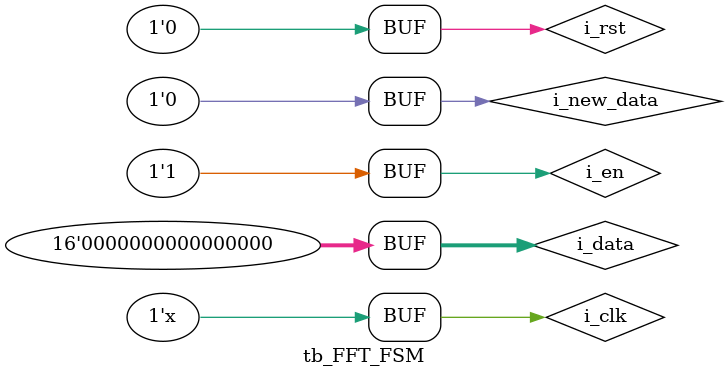
<source format=v>
`timescale 1ns/10ps
module tb_FFT_FSM;

reg i_clk;
reg i_rst;
reg i_en;
reg i_new_data;
reg [15:0] i_data;
wire [31:0] o_dout;
wire o_active_write;
wire [7:0] o_addr;


FFT_FSM dut(
    i_clk,
    i_rst,
    i_en,
    i_new_data,
    i_data,
    o_dout,
    o_active_write,
    o_addr
);
initial begin
    i_clk = 0;
    i_rst = 1;
    i_en = 0;
    i_new_data = 0;
    i_data = 0;
    #100
    i_rst <= #20 0;
    i_en <= #20 1; 
end
always #10 i_clk <=  !i_clk;
endmodule

</source>
